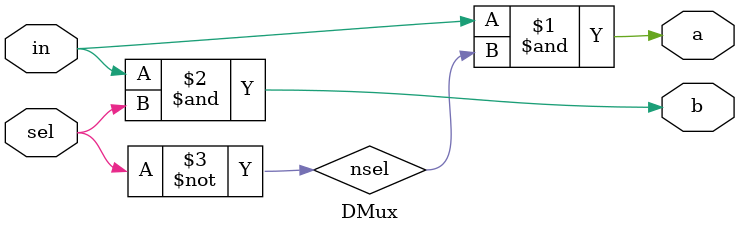
<source format=v>
module DMux (
  input in,
  input sel,
  output a,
  output b
);

  wire nsel;

  not(nsel, sel);

  and(a, in, nsel);
  and(b, in, sel);

endmodule

</source>
